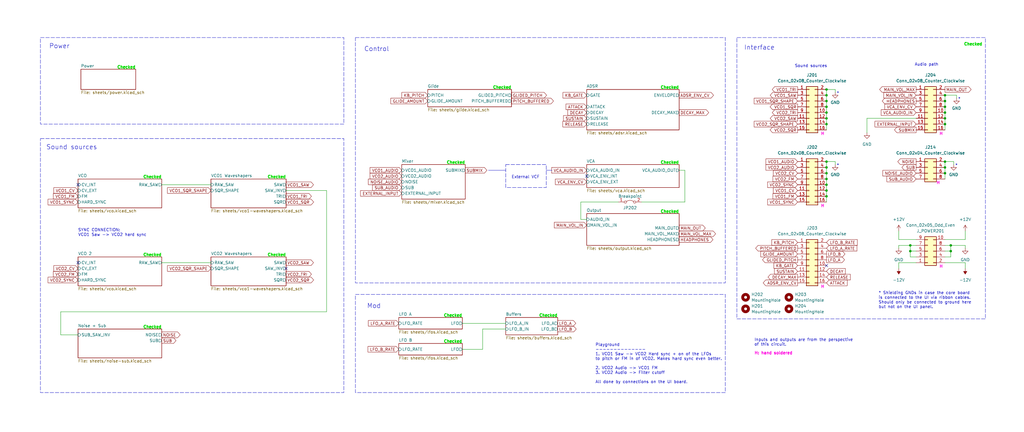
<source format=kicad_sch>
(kicad_sch (version 20231120) (generator "eeschema") (generator_version "8.0")
  (paper "User" 450.012 189.992)
  (title_block (title "Hog Analog Synth — Core") (date "2023-10-28") (rev "1.0") (company "Shmøergh"))
  (lib_symbols
    (symbol "Connector_Generic:Conn_02x04_Odd_Even" (pin_names (offset 1.016) hide)
      (property "Reference" "J" (at 1.27 5.08 0))
      (property "Value" "Conn_02x04_Odd_Even" (at 1.27 -7.62 0))
      (symbol "Conn_02x04_Odd_Even_1_1"
        (rectangle (start -1.27 -4.953) (end 0 -5.207) (stroke (width 0.1524)))
        (rectangle (start -1.27 -2.413) (end 0 -2.667) (stroke (width 0.1524)))
        (rectangle (start -1.27 0.127) (end 0 -0.127) (stroke (width 0.1524)))
        (rectangle (start -1.27 2.667) (end 0 2.413) (stroke (width 0.1524)))
        (rectangle (start -1.27 3.81) (end 3.81 -6.35) (stroke (width 0.254)) (fill (type background)))
        (rectangle (start 3.81 -4.953) (end 2.54 -5.207) (stroke (width 0.1524)))
        (rectangle (start 3.81 -2.413) (end 2.54 -2.667) (stroke (width 0.1524)))
        (rectangle (start 3.81 0.127) (end 2.54 -0.127) (stroke (width 0.1524)))
        (rectangle (start 3.81 2.667) (end 2.54 2.413) (stroke (width 0.1524)))
        (pin passive line (at -5.08 2.54 0) (length 3.81) (name "Pin_1") (number "1"))
        (pin passive line (at 7.62 2.54 180) (length 3.81) (name "Pin_2") (number "2"))
        (pin passive line (at -5.08 0 0) (length 3.81) (name "Pin_3") (number "3"))
        (pin passive line (at 7.62 0 180) (length 3.81) (name "Pin_4") (number "4"))
        (pin passive line (at -5.08 -2.54 0) (length 3.81) (name "Pin_5") (number "5"))
        (pin passive line (at 7.62 -2.54 180) (length 3.81) (name "Pin_6") (number "6"))
        (pin passive line (at -5.08 -5.08 0) (length 3.81) (name "Pin_7") (number "7"))
        (pin passive line (at 7.62 -5.08 180) (length 3.81) (name "Pin_8") (number "8"))
      )
    )
    (symbol "Connector_Generic:Conn_02x05_Odd_Even" (pin_names (offset 1.016) hide)
      (property "Reference" "J" (at 1.27 7.62 0))
      (property "Value" "Conn_02x05_Odd_Even" (at 1.27 -7.62 0))
      (symbol "Conn_02x05_Odd_Even_1_1"
        (rectangle (start -1.27 -4.953) (end 0 -5.207) (stroke (width 0.1524)))
        (rectangle (start -1.27 -2.413) (end 0 -2.667) (stroke (width 0.1524)))
        (rectangle (start -1.27 0.127) (end 0 -0.127) (stroke (width 0.1524)))
        (rectangle (start -1.27 2.667) (end 0 2.413) (stroke (width 0.1524)))
        (rectangle (start -1.27 5.207) (end 0 4.953) (stroke (width 0.1524)))
        (rectangle (start -1.27 6.35) (end 3.81 -6.35) (stroke (width 0.254)) (fill (type background)))
        (rectangle (start 3.81 -4.953) (end 2.54 -5.207) (stroke (width 0.1524)))
        (rectangle (start 3.81 -2.413) (end 2.54 -2.667) (stroke (width 0.1524)))
        (rectangle (start 3.81 0.127) (end 2.54 -0.127) (stroke (width 0.1524)))
        (rectangle (start 3.81 2.667) (end 2.54 2.413) (stroke (width 0.1524)))
        (rectangle (start 3.81 5.207) (end 2.54 4.953) (stroke (width 0.1524)))
        (pin passive line (at -5.08 5.08 0) (length 3.81) (name "Pin_1") (number "1"))
        (pin passive line (at 7.62 -5.08 180) (length 3.81) (name "Pin_10") (number "10"))
        (pin passive line (at 7.62 5.08 180) (length 3.81) (name "Pin_2") (number "2"))
        (pin passive line (at -5.08 2.54 0) (length 3.81) (name "Pin_3") (number "3"))
        (pin passive line (at 7.62 2.54 180) (length 3.81) (name "Pin_4") (number "4"))
        (pin passive line (at -5.08 0 0) (length 3.81) (name "Pin_5") (number "5"))
        (pin passive line (at 7.62 0 180) (length 3.81) (name "Pin_6") (number "6"))
        (pin passive line (at -5.08 -2.54 0) (length 3.81) (name "Pin_7") (number "7"))
        (pin passive line (at 7.62 -2.54 180) (length 3.81) (name "Pin_8") (number "8"))
        (pin passive line (at -5.08 -5.08 0) (length 3.81) (name "Pin_9") (number "9"))
      )
    )
    (symbol "Connector_Generic:Conn_02x08_Odd_Even" (pin_names (offset 1.016) hide)
      (property "Reference" "J" (at 1.27 10.16 0))
      (property "Value" "Conn_02x08_Odd_Even" (at 1.27 -12.7 0))
      (symbol "Conn_02x08_Odd_Even_1_1"
        (rectangle (start -1.27 -10.033) (end 0 -10.287) (stroke (width 0.1524)))
        (rectangle (start -1.27 -7.493) (end 0 -7.747) (stroke (width 0.1524)))
        (rectangle (start -1.27 -4.953) (end 0 -5.207) (stroke (width 0.1524)))
        (rectangle (start -1.27 -2.413) (end 0 -2.667) (stroke (width 0.1524)))
        (rectangle (start -1.27 0.127) (end 0 -0.127) (stroke (width 0.1524)))
        (rectangle (start -1.27 2.667) (end 0 2.413) (stroke (width 0.1524)))
        (rectangle (start -1.27 5.207) (end 0 4.953) (stroke (width 0.1524)))
        (rectangle (start -1.27 7.747) (end 0 7.493) (stroke (width 0.1524)))
        (rectangle (start -1.27 8.89) (end 3.81 -11.43) (stroke (width 0.254)) (fill (type background)))
        (rectangle (start 3.81 -10.033) (end 2.54 -10.287) (stroke (width 0.1524)))
        (rectangle (start 3.81 -7.493) (end 2.54 -7.747) (stroke (width 0.1524)))
        (rectangle (start 3.81 -4.953) (end 2.54 -5.207) (stroke (width 0.1524)))
        (rectangle (start 3.81 -2.413) (end 2.54 -2.667) (stroke (width 0.1524)))
        (rectangle (start 3.81 0.127) (end 2.54 -0.127) (stroke (width 0.1524)))
        (rectangle (start 3.81 2.667) (end 2.54 2.413) (stroke (width 0.1524)))
        (rectangle (start 3.81 5.207) (end 2.54 4.953) (stroke (width 0.1524)))
        (rectangle (start 3.81 7.747) (end 2.54 7.493) (stroke (width 0.1524)))
        (pin passive line (at -5.08 7.62 0) (length 3.81) (name "Pin_1") (number "1"))
        (pin passive line (at 7.62 -2.54 180) (length 3.81) (name "Pin_10") (number "10"))
        (pin passive line (at -5.08 -5.08 0) (length 3.81) (name "Pin_11") (number "11"))
        (pin passive line (at 7.62 -5.08 180) (length 3.81) (name "Pin_12") (number "12"))
        (pin passive line (at -5.08 -7.62 0) (length 3.81) (name "Pin_13") (number "13"))
        (pin passive line (at 7.62 -7.62 180) (length 3.81) (name "Pin_14") (number "14"))
        (pin passive line (at -5.08 -10.16 0) (length 3.81) (name "Pin_15") (number "15"))
        (pin passive line (at 7.62 -10.16 180) (length 3.81) (name "Pin_16") (number "16"))
        (pin passive line (at 7.62 7.62 180) (length 3.81) (name "Pin_2") (number "2"))
        (pin passive line (at -5.08 5.08 0) (length 3.81) (name "Pin_3") (number "3"))
        (pin passive line (at 7.62 5.08 180) (length 3.81) (name "Pin_4") (number "4"))
        (pin passive line (at -5.08 2.54 0) (length 3.81) (name "Pin_5") (number "5"))
        (pin passive line (at 7.62 2.54 180) (length 3.81) (name "Pin_6") (number "6"))
        (pin passive line (at -5.08 0 0) (length 3.81) (name "Pin_7") (number "7"))
        (pin passive line (at 7.62 0 180) (length 3.81) (name "Pin_8") (number "8"))
        (pin passive line (at -5.08 -2.54 0) (length 3.81) (name "Pin_9") (number "9"))
      )
    )
    (symbol "Jumper:Jumper_2_Bridged" (pin_names (offset 0) hide)
      (property "Reference" "JP" (at 0 1.905 0))
      (property "Value" "Jumper_2_Bridged" (at 0 -2.54 0))
      (symbol "Jumper_2_Bridged_0_0"
        (circle (center -2.032 0) (radius 0.508))
        (circle (center 2.032 0) (radius 0.508))
      )
      (symbol "Jumper_2_Bridged_0_1"
        (arc (start 1.524 0.254) (mid 0 0.762) (end -1.524 0.254))
      )
      (symbol "Jumper_2_Bridged_1_1"
        (pin passive line (at -5.08 0 0) (length 2.54) (name "A") (number "1"))
        (pin passive line (at 5.08 0 180) (length 2.54) (name "B") (number "2"))
      )
    )
    (symbol "Mechanical:MountingHole" (pin_names (offset 1.016))
      (property "Reference" "H" (at 0 5.08 0))
      (property "Value" "MountingHole" (at 0 3.175 0))
      (symbol "MountingHole_0_1"
        (circle (center 0 0) (radius 1.27) (stroke (width 1.27)))
      )
    )
    (symbol "power:+12V" (power) (pin_names (offset 0))
      (property "Value" "+12V" (at 0 3.556 0))
      (symbol "+12V_0_1"
        (polyline (pts (xy -0.762 1.27) (xy 0 2.54)))
        (polyline (pts (xy 0 0) (xy 0 2.54)))
        (polyline (pts (xy 0 2.54) (xy 0.762 1.27)))
      )
      (symbol "+12V_1_1"
        (pin power_in line (at 0 0 90) (length 0) hide (name "+12V") (number "1"))
      )
    )
    (symbol "power:-12V" (power) (pin_names (offset 0))
      (property "Value" "-12V" (at 0 3.81 0))
      (symbol "-12V_0_0"
        (pin power_in line (at 0 0 90) (length 0) hide (name "-12V") (number "1"))
      )
      (symbol "-12V_0_1"
        (polyline (pts (xy 0 0) (xy 0 1.27) (xy 0.762 1.27) (xy 0 2.54) (xy -0.762 1.27) (xy 0 1.27)) (fill (type outline)))
      )
    )
    (symbol "power:GND" (power) (pin_names (offset 0))
      (property "Value" "GND" (at 0 -3.81 0))
      (symbol "GND_0_1"
        (polyline (pts (xy 0 0) (xy 0 -1.27) (xy 1.27 -1.27) (xy 0 -2.54) (xy -1.27 -1.27) (xy 0 -1.27)))
      )
      (symbol "GND_1_1"
        (pin power_in line (at 0 0 270) (length 0) hide (name "GND") (number "1"))
      )
    )
  )
  (junction (at 415.29 41.91))
  (junction (at 415.29 54.61))
  (junction (at 363.22 81.28))
  (junction (at 415.29 76.2))
  (junction (at 363.22 39.37))
  (junction (at 417.83 110.49))
  (junction (at 363.22 41.91))
  (junction (at 363.22 78.74))
  (junction (at 415.29 73.66))
  (junction (at 363.22 49.53))
  (junction (at 400.05 107.95))
  (junction (at 415.29 49.53))
  (junction (at 415.29 46.99))
  (junction (at 363.22 83.82))
  (junction (at 415.29 71.12))
  (junction (at 400.05 110.49))
  (junction (at 363.22 44.45))
  (junction (at 415.29 52.07))
  (junction (at 363.22 52.07))
  (junction (at 415.29 44.45))
  (junction (at 417.83 107.95))
  (junction (at 363.22 76.2))
  (junction (at 363.22 71.12))
  (junction (at 363.22 73.66))
  (junction (at 363.22 54.61))
  (junction (at 363.22 86.36))
  (junction (at 363.22 46.99))
  (no_connect (at 34.29 81.28))
  (no_connect (at 257.81 77.47))
  (no_connect (at 34.29 115.57))
  (no_connect (at 125.73 118.11))
  (no_connect (at 363.22 116.84))
  (wire (pts (xy 281.94 88.9) (xy 300.99 88.9)))
  (wire (pts (xy 212.09 144.78) (xy 222.25 144.78)))
  (wire (pts (xy 415.29 76.2) (xy 415.29 78.74)))
  (wire (pts (xy 255.27 96.52) (xy 255.27 88.9)))
  (wire (pts (xy 363.22 81.28) (xy 363.22 83.82)))
  (wire (pts (xy 415.29 46.99) (xy 415.29 49.53)))
  (wire (pts (xy 143.51 137.16) (xy 26.67 137.16)))
  (wire (pts (xy 424.18 105.41) (xy 415.29 105.41)))
  (wire (pts (xy 417.83 113.03) (xy 417.83 110.49)))
  (wire (pts (xy 415.29 49.53) (xy 415.29 52.07)))
  (wire (pts (xy 212.09 144.78) (xy 212.09 153.67)))
  (wire (pts (xy 203.2 153.67) (xy 212.09 153.67)))
  (wire (pts (xy 381 52.07) (xy 402.59 52.07)))
  (wire (pts (xy 300.99 74.93) (xy 298.45 74.93)))
  (wire (pts (xy 363.22 49.53) (xy 363.22 52.07)))
  (wire (pts (xy 26.67 137.16) (xy 26.67 147.32)))
  (wire (pts (xy 400.05 113.03) (xy 400.05 110.49)))
  (wire (pts (xy 300.99 88.9) (xy 300.99 74.93)))
  (wire (pts (xy 363.22 52.07) (xy 363.22 54.61)))
  (wire (pts (xy 203.2 142.24) (xy 222.25 142.24)))
  (wire (pts (xy 402.59 113.03) (xy 400.05 113.03)))
  (wire (pts (xy 363.22 86.36) (xy 363.22 88.9)))
  (wire (pts (xy 415.29 73.66) (xy 415.29 76.2)))
  (wire (pts (xy 255.27 88.9) (xy 271.78 88.9)))
  (wire (pts (xy 363.22 46.99) (xy 363.22 49.53)))
  (wire (pts (xy 394.97 107.95) (xy 400.05 107.95)))
  (wire (pts (xy 400.05 107.95) (xy 402.59 107.95)))
  (wire (pts (xy 71.12 81.28) (xy 92.71 81.28)))
  (wire (pts (xy 71.12 115.57) (xy 92.71 115.57)))
  (wire (pts (xy 125.73 83.82) (xy 143.51 83.82)))
  (wire (pts (xy 415.29 110.49) (xy 417.83 110.49)))
  (wire (pts (xy 417.83 110.49) (xy 417.83 107.95)))
  (wire (pts (xy 363.22 73.66) (xy 363.22 76.2)))
  (wire (pts (xy 415.29 113.03) (xy 417.83 113.03)))
  (wire (pts (xy 400.05 110.49) (xy 400.05 107.95)))
  (wire (pts (xy 424.18 118.11) (xy 424.18 115.57)))
  (wire (pts (xy 424.18 101.6) (xy 424.18 105.41)))
  (wire (pts (xy 417.83 107.95) (xy 415.29 107.95)))
  (wire (pts (xy 424.18 115.57) (xy 415.29 115.57)))
  (wire (pts (xy 400.05 110.49) (xy 402.59 110.49)))
  (wire (pts (xy 363.22 71.12) (xy 363.22 73.66)))
  (wire (pts (xy 415.29 44.45) (xy 415.29 46.99)))
  (wire (pts (xy 367.03 39.37) (xy 367.03 40.64)))
  (wire (pts (xy 367.03 72.39) (xy 367.03 71.12)))
  (wire (pts (xy 257.81 96.52) (xy 255.27 96.52)))
  (wire (pts (xy 363.22 39.37) (xy 363.22 41.91)))
  (wire (pts (xy 394.97 115.57) (xy 402.59 115.57)))
  (wire (pts (xy 363.22 83.82) (xy 363.22 86.36)))
  (wire (pts (xy 394.97 109.22) (xy 394.97 107.95)))
  (wire (pts (xy 415.29 52.07) (xy 415.29 54.61)))
  (wire (pts (xy 419.1 72.39) (xy 419.1 71.12)))
  (wire (pts (xy 363.22 54.61) (xy 363.22 57.15)))
  (wire (pts (xy 363.22 76.2) (xy 363.22 78.74)))
  (wire (pts (xy 424.18 109.22) (xy 424.18 107.95)))
  (wire (pts (xy 143.51 83.82) (xy 143.51 137.16)))
  (wire (pts (xy 363.22 39.37) (xy 367.03 39.37)))
  (wire (pts (xy 363.22 41.91) (xy 363.22 44.45)))
  (wire (pts (xy 420.37 43.18) (xy 420.37 41.91)))
  (wire (pts (xy 394.97 105.41) (xy 402.59 105.41)))
  (polyline (pts (xy 214.63 74.93) (xy 222.25 74.93)))
  (wire (pts (xy 363.22 44.45) (xy 363.22 46.99)))
  (wire (pts (xy 367.03 71.12) (xy 363.22 71.12)))
  (wire (pts (xy 415.29 41.91) (xy 420.37 41.91)))
  (wire (pts (xy 417.83 107.95) (xy 424.18 107.95)))
  (wire (pts (xy 394.97 118.11) (xy 394.97 115.57)))
  (wire (pts (xy 415.29 54.61) (xy 415.29 57.15)))
  (wire (pts (xy 26.67 147.32) (xy 34.29 147.32)))
  (polyline (pts (xy 240.03 74.93) (xy 242.57 74.93)))
  (wire (pts (xy 415.29 41.91) (xy 415.29 44.45)))
  (wire (pts (xy 419.1 71.12) (xy 415.29 71.12)))
  (wire (pts (xy 381 58.42) (xy 381 52.07)))
  (wire (pts (xy 415.29 71.12) (xy 415.29 73.66)))
  (wire (pts (xy 394.97 101.6) (xy 394.97 105.41)))
  (wire (pts (xy 363.22 78.74) (xy 363.22 81.28)))
  (rectangle (start 17.78 16.51) (end 151.13 54.61) (stroke (width 0) (type dash)))
  (rectangle (start 17.78 60.96) (end 151.13 172.72) (stroke (width 0) (type dash)))
  (rectangle (start 323.85 16.51) (end 433.07 140.335) (stroke (width 0) (type dash)))
  (rectangle (start 222.25 72.39) (end 240.03 82.55) (stroke (width 0) (type dash)))
  (rectangle (start 156.21 16.51) (end 318.77 124.46) (stroke (width 0) (type dash)))
  (rectangle (start 156.21 129.54) (end 318.77 172.72) (stroke (width 0) (type dash)))
  (text "H" (at 412.75 118.11 0) (effects (font (size 1.27 1.27) (thickness 0.254) (bold yes)) (justify left bottom)))
  (text "* Shielding GNDs in case the core board\nis connected to the UI via ribbon cables. \nShould only be connected to ground here \nbut not on the UI panel." (at 386.08 135.89 0) (effects (font (size 1.27 1.27)) (justify left bottom)))
  (text "Checked" (at 59.69 30.48 0) (effects (font (size 1.27 1.27) (thickness 0.4) (bold yes)) (justify right bottom)))
  (text "H" (at 360.68 91.44 0) (effects (font (size 1.27 1.27) (thickness 0.254) (bold yes)) (justify left bottom)))
  (text "Checked" (at 125.73 78.74 0) (effects (font (size 1.27 1.27) (thickness 0.4) (bold yes)) (justify right bottom)))
  (text "Checked" (at 245.11 139.7 0) (effects (font (size 1.27 1.27) (thickness 0.4) (bold yes)) (justify right bottom)))
  (text "Audio path" (at 401.955 29.21 0) (effects (font (size 1.27 1.27)) (justify left bottom)))
  (text "Checked" (at 431.8 20.32 0) (effects (font (size 1.27 1.27) (thickness 0.4) (bold yes)) (justify right bottom)))
  (text "Checked" (at 224.79 39.37 0) (effects (font (size 1.27 1.27) (thickness 0.4) (bold yes)) (justify right bottom)))
  (text "H: hand soldered" (at 331.47 156.21 0) (effects (font (size 1.27 1.27) (thickness 0.254) (bold yes)) (justify left bottom)))
  (text "Inputs and outputs are from the perspective\nof this circuit." (at 331.47 152.4 0) (effects (font (size 1.27 1.27)) (justify left bottom)))
  (text "Control" (at 160.02 22.86 0) (effects (font (size 2 2)) (justify left bottom)))
  (text "Checked" (at 298.45 93.98 0) (effects (font (size 1.27 1.27) (thickness 0.4) (bold yes)) (justify right bottom)))
  (text "*" (at 421.005 44.45 0) (effects (font (size 1.27 1.27)) (justify left bottom)))
  (text "Checked" (at 71.12 113.03 0) (effects (font (size 1.27 1.27) (thickness 0.4) (bold yes)) (justify right bottom)))
  (text "Checked" (at 71.12 78.74 0) (effects (font (size 1.27 1.27) (thickness 0.4) (bold yes)) (justify right bottom)))
  (text "Interface" (at 327.025 22.225 0) (effects (font (size 2 2)) (justify left bottom)))
  (text "*" (at 419.735 73.66 0) (effects (font (size 1.27 1.27)) (justify left bottom)))
  (text "H" (at 360.68 127 0) (effects (font (size 1.27 1.27) (thickness 0.254) (bold yes)) (justify left bottom)))
  (text "External VCF" (at 224.79 78.74 0) (effects (font (size 1.27 1.27)) (justify left bottom)))
  (text "SYNC CONNECTION:\nVCO1 Saw -> VCO2 hard sync" (at 34.29 104.14 0) (effects (font (size 1.27 1.27)) (justify left bottom)))
  (text "Playground\n--------------\n1. VCO1 Saw -> VCO2 Hard sync + on of the LFOs\nto pitch or FM in of VCO2. Makes hard sync even better.\n\n2. VCO2 Audio -> VCO1 FM\n3. VCO2 Audio -> Filter cutoff\n\nAll done by connections on the UI board." (at 261.62 168.91 0) (effects (font (size 1.27 1.27)) (justify left bottom)))
  (text "*" (at 367.665 41.91 0) (effects (font (size 1.27 1.27)) (justify left bottom)))
  (text "Checked" (at 298.45 39.37 0) (effects (font (size 1.27 1.27) (thickness 0.4) (bold yes)) (justify right bottom)))
  (text "Sound sources" (at 349.25 29.845 0) (effects (font (size 1.27 1.27)) (justify left bottom)))
  (text "Mod" (at 161.29 135.89 0) (effects (font (size 2 2)) (justify left bottom)))
  (text "Power" (at 21.59 21.59 0) (effects (font (size 2 2)) (justify left bottom)))
  (text "Checked" (at 125.73 113.03 0) (effects (font (size 1.27 1.27) (thickness 0.4) (bold yes)) (justify right bottom)))
  (text "H" (at 360.68 59.69 0) (effects (font (size 1.27 1.27) (thickness 0.254) (bold yes)) (justify left bottom)))
  (text "H" (at 411.48 81.28 0) (effects (font (size 1.27 1.27) (thickness 0.254) (bold yes)) (justify left bottom)))
  (text "*" (at 367.665 73.66 0) (effects (font (size 1.27 1.27)) (justify left bottom)))
  (text "Checked" (at 71.12 144.78 0) (effects (font (size 1.27 1.27) (thickness 0.4) (bold yes)) (justify right bottom)))
  (text "Sound sources" (at 20.32 66.04 0) (effects (font (size 2 2)) (justify left bottom)))
  (text "Checked" (at 203.2 151.13 0) (effects (font (size 1.27 1.27) (thickness 0.4) (bold yes)) (justify right bottom)))
  (text "Checked" (at 204.47 72.39 0) (effects (font (size 1.27 1.27) (thickness 0.4) (bold yes)) (justify right bottom)))
  (text "Checked" (at 203.2 139.7 0) (effects (font (size 1.27 1.27) (thickness 0.4) (bold yes)) (justify right bottom)))
  (text "Checked" (at 298.45 72.39 0) (effects (font (size 1.27 1.27) (thickness 0.4) (bold yes)) (justify right bottom)))
  (text "H" (at 412.75 59.69 0) (effects (font (size 1.27 1.27) (thickness 0.254) (bold yes)) (justify left bottom)))
  (global_label "LFO_A_RATE" (shape input) (at 363.22 109.22 0) (property "Intersheetrefs" "${INTERSHEET_REFS}" (effects (hide yes))))
  (global_label "EXTERNAL_INPUT" (shape input) (at 402.59 54.61 180) (property "Intersheetrefs" "${INTERSHEET_REFS}" (effects (hide yes))))
  (global_label "VCO1_TRI" (shape output) (at 125.73 86.36 0) (property "Intersheetrefs" "${INTERSHEET_REFS}" (effects (hide yes))))
  (global_label "VCO1_SYNC" (shape input) (at 34.29 88.9 180) (property "Intersheetrefs" "${INTERSHEET_REFS}" (effects (hide yes))))
  (global_label "LFO_A" (shape output) (at 363.22 114.3 0) (property "Intersheetrefs" "${INTERSHEET_REFS}" (effects (hide yes))))
  (global_label "HEADPHONES" (shape output) (at 402.59 44.45 180) (property "Intersheetrefs" "${INTERSHEET_REFS}" (effects (hide yes))))
  (global_label "GLIDE_AMOUNT" (shape input) (at 350.52 111.76 180) (property "Intersheetrefs" "${INTERSHEET_REFS}" (effects (hide yes))))
  (global_label "KB_GATE" (shape input) (at 257.81 41.91 180) (property "Intersheetrefs" "${INTERSHEET_REFS}" (effects (hide yes))))
  (global_label "VCO1_SQR" (shape output) (at 350.52 46.99 180) (property "Intersheetrefs" "${INTERSHEET_REFS}" (effects (hide yes))))
  (global_label "LFO_A_RATE" (shape input) (at 175.26 142.24 180) (property "Intersheetrefs" "${INTERSHEET_REFS}" (effects (hide yes))))
  (global_label "DECAY_MAX" (shape output) (at 350.52 121.92 180) (property "Intersheetrefs" "${INTERSHEET_REFS}" (effects (hide yes))))
  (global_label "VCO2_SYNC" (shape input) (at 34.29 123.19 180) (property "Intersheetrefs" "${INTERSHEET_REFS}" (effects (hide yes))))
  (global_label "DECAY" (shape input) (at 257.81 49.53 180) (property "Intersheetrefs" "${INTERSHEET_REFS}" (effects (hide yes))))
  (global_label "MAIN_VOL_MAX" (shape output) (at 298.45 102.87 0) (property "Intersheetrefs" "${INTERSHEET_REFS}" (effects (hide yes))))
  (global_label "NOISE" (shape output) (at 71.12 147.32 0) (property "Intersheetrefs" "${INTERSHEET_REFS}" (effects (hide yes))))
  (global_label "VCA_AUDIO_IN" (shape input) (at 402.59 49.53 180) (property "Intersheetrefs" "${INTERSHEET_REFS}" (effects (hide yes))))
  (global_label "GLIDED_PITCH" (shape output) (at 224.79 41.91 0) (property "Intersheetrefs" "${INTERSHEET_REFS}" (effects (hide yes))))
  (global_label "VCA_AUDIO_IN" (shape input) (at 257.81 74.93 180) (property "Intersheetrefs" "${INTERSHEET_REFS}" (effects (hide yes))))
  (global_label "VCO1_AUDIO" (shape input) (at 350.52 71.12 180) (property "Intersheetrefs" "${INTERSHEET_REFS}" (effects (hide yes))))
  (global_label "LFO_B" (shape output) (at 363.22 111.76 0) (property "Intersheetrefs" "${INTERSHEET_REFS}" (effects (hide yes))))
  (global_label "VCO2_SQR_SHAPE" (shape input) (at 350.52 54.61 180) (property "Intersheetrefs" "${INTERSHEET_REFS}" (effects (hide yes))))
  (global_label "VCO2_SYNC" (shape input) (at 350.52 81.28 180) (property "Intersheetrefs" "${INTERSHEET_REFS}" (effects (hide yes))))
  (global_label "GLIDE_AMOUNT" (shape input) (at 187.96 44.45 180) (property "Intersheetrefs" "${INTERSHEET_REFS}" (effects (hide yes))))
  (global_label "VCA_ENV_CV" (shape input) (at 257.81 80.01 180) (property "Intersheetrefs" "${INTERSHEET_REFS}" (effects (hide yes))))
  (global_label "ATTACK" (shape input) (at 363.22 124.46 0) (property "Intersheetrefs" "${INTERSHEET_REFS}" (effects (hide yes))))
  (global_label "MAIN_OUT" (shape output) (at 415.29 39.37 0) (property "Intersheetrefs" "${INTERSHEET_REFS}" (effects (hide yes))))
  (global_label "SUB" (shape output) (at 71.12 149.86 0) (property "Intersheetrefs" "${INTERSHEET_REFS}" (effects (hide yes))))
  (global_label "RELEASE" (shape input) (at 257.81 54.61 180) (property "Intersheetrefs" "${INTERSHEET_REFS}" (effects (hide yes))))
  (global_label "VCO2_AUDIO" (shape input) (at 350.52 73.66 180) (property "Intersheetrefs" "${INTERSHEET_REFS}" (effects (hide yes))))
  (global_label "VCO1_SQR_SHAPE" (shape input) (at 350.52 44.45 180) (property "Intersheetrefs" "${INTERSHEET_REFS}" (effects (hide yes))))
  (global_label "VCO2_SAW" (shape output) (at 125.73 115.57 0) (property "Intersheetrefs" "${INTERSHEET_REFS}" (effects (hide yes))))
  (global_label "MAIN_OUT" (shape output) (at 298.45 100.33 0) (property "Intersheetrefs" "${INTERSHEET_REFS}" (effects (hide yes))))
  (global_label "VCO2_FM" (shape input) (at 34.29 120.65 180) (property "Intersheetrefs" "${INTERSHEET_REFS}" (effects (hide yes))))
  (global_label "GLIDED_PITCH" (shape output) (at 350.52 114.3 180) (property "Intersheetrefs" "${INTERSHEET_REFS}" (effects (hide yes))))
  (global_label "VCO1_SAW" (shape output) (at 350.52 41.91 180) (property "Intersheetrefs" "${INTERSHEET_REFS}" (effects (hide yes))))
  (global_label "DECAY" (shape input) (at 363.22 119.38 0) (property "Intersheetrefs" "${INTERSHEET_REFS}" (effects (hide yes))))
  (global_label "ADSR_ENV_CV" (shape output) (at 298.45 41.91 0) (property "Intersheetrefs" "${INTERSHEET_REFS}" (effects (hide yes))))
  (global_label "VCO2_CV" (shape input) (at 34.29 118.11 180) (property "Intersheetrefs" "${INTERSHEET_REFS}" (effects (hide yes))))
  (global_label "VCO2_SQR" (shape output) (at 350.52 57.15 180) (property "Intersheetrefs" "${INTERSHEET_REFS}" (effects (hide yes))))
  (global_label "ADSR_ENV_CV" (shape output) (at 350.52 124.46 180) (property "Intersheetrefs" "${INTERSHEET_REFS}" (effects (hide yes))))
  (global_label "VCO1_SQR_SHAPE" (shape input) (at 92.71 83.82 180) (property "Intersheetrefs" "${INTERSHEET_REFS}" (effects (hide yes))))
  (global_label "DECAY_MAX" (shape output) (at 298.45 49.53 0) (property "Intersheetrefs" "${INTERSHEET_REFS}" (effects (hide yes))))
  (global_label "KB_PITCH" (shape input) (at 350.52 106.68 180) (property "Intersheetrefs" "${INTERSHEET_REFS}" (effects (hide yes))))
  (global_label "EXTERNAL_INPUT" (shape input) (at 176.53 85.09 180) (property "Intersheetrefs" "${INTERSHEET_REFS}" (effects (hide yes))))
  (global_label "SUB_AUDIO" (shape input) (at 402.59 78.74 180) (property "Intersheetrefs" "${INTERSHEET_REFS}" (effects (hide yes))))
  (global_label "PITCH_BUFFERED" (shape output) (at 224.79 44.45 0) (property "Intersheetrefs" "${INTERSHEET_REFS}" (effects (hide yes))))
  (global_label "VCO2_SQR" (shape output) (at 125.73 123.19 0) (property "Intersheetrefs" "${INTERSHEET_REFS}" (effects (hide yes))))
  (global_label "VCO2_CV" (shape input) (at 350.52 76.2 180) (property "Intersheetrefs" "${INTERSHEET_REFS}" (effects (hide yes))))
  (global_label "VCO1_SAW" (shape output) (at 125.73 81.28 0) (property "Intersheetrefs" "${INTERSHEET_REFS}" (effects (hide yes))))
  (global_label "SUB_AUDIO" (shape input) (at 176.53 82.55 180) (property "Intersheetrefs" "${INTERSHEET_REFS}" (effects (hide yes))))
  (global_label "SUBMIX" (shape output) (at 204.47 74.93 0) (property "Intersheetrefs" "${INTERSHEET_REFS}" (effects (hide yes))))
  (global_label "LFO_B_RATE" (shape input) (at 175.26 153.67 180) (property "Intersheetrefs" "${INTERSHEET_REFS}" (effects (hide yes))))
  (global_label "VCO2_AUDIO" (shape input) (at 176.53 77.47 180) (property "Intersheetrefs" "${INTERSHEET_REFS}" (effects (hide yes))))
  (global_label "VCO1_AUDIO" (shape input) (at 176.53 74.93 180) (property "Intersheetrefs" "${INTERSHEET_REFS}" (effects (hide yes))))
  (global_label "MAIN_VOL_IN" (shape input) (at 257.81 99.06 180) (property "Intersheetrefs" "${INTERSHEET_REFS}" (effects (hide yes))))
  (global_label "PITCH_BUFFERED" (shape output) (at 350.52 109.22 180) (property "Intersheetrefs" "${INTERSHEET_REFS}" (effects (hide yes))))
  (global_label "VCO1_SYNC" (shape input) (at 350.52 88.9 180) (property "Intersheetrefs" "${INTERSHEET_REFS}" (effects (hide yes))))
  (global_label "ATTACK" (shape input) (at 257.81 46.99 180) (property "Intersheetrefs" "${INTERSHEET_REFS}" (effects (hide yes))))
  (global_label "VCO1_FM" (shape input) (at 350.52 86.36 180) (property "Intersheetrefs" "${INTERSHEET_REFS}" (effects (hide yes))))
  (global_label "SUBMIX" (shape output) (at 402.59 57.15 180) (property "Intersheetrefs" "${INTERSHEET_REFS}" (effects (hide yes))))
  (global_label "LFO_A" (shape output) (at 245.11 142.24 0) (property "Intersheetrefs" "${INTERSHEET_REFS}" (effects (hide yes))))
  (global_label "RELEASE" (shape input) (at 363.22 121.92 0) (property "Intersheetrefs" "${INTERSHEET_REFS}" (effects (hide yes))))
  (global_label "SUB" (shape output) (at 402.59 73.66 180) (property "Intersheetrefs" "${INTERSHEET_REFS}" (effects (hide yes))))
  (global_label "KB_PITCH" (shape input) (at 187.96 41.91 180) (property "Intersheetrefs" "${INTERSHEET_REFS}" (effects (hide yes))))
  (global_label "VCO1_CV" (shape input) (at 34.29 83.82 180) (property "Intersheetrefs" "${INTERSHEET_REFS}" (effects (hide yes))))
  (global_label "VCO1_SQR" (shape output) (at 125.73 88.9 0) (property "Intersheetrefs" "${INTERSHEET_REFS}" (effects (hide yes))))
  (global_label "VCO2_SQR_SHAPE" (shape input) (at 92.71 118.11 180) (property "Intersheetrefs" "${INTERSHEET_REFS}" (effects (hide yes))))
  (global_label "NOISE_AUDIO" (shape input) (at 402.59 76.2 180) (property "Intersheetrefs" "${INTERSHEET_REFS}" (effects (hide yes))))
  (global_label "NOISE" (shape output) (at 402.59 71.12 180) (property "Intersheetrefs" "${INTERSHEET_REFS}" (effects (hide yes))))
  (global_label "SUSTAIN" (shape input) (at 257.81 52.07 180) (property "Intersheetrefs" "${INTERSHEET_REFS}" (effects (hide yes))))
  (global_label "SUSTAIN" (shape input) (at 350.52 119.38 180) (property "Intersheetrefs" "${INTERSHEET_REFS}" (effects (hide yes))))
  (global_label "MAIN_VOL_IN" (shape input) (at 402.59 41.91 180) (property "Intersheetrefs" "${INTERSHEET_REFS}" (effects (hide yes))))
  (global_label "NOISE_AUDIO" (shape input) (at 176.53 80.01 180) (property "Intersheetrefs" "${INTERSHEET_REFS}" (effects (hide yes))))
  (global_label "HEADPHONES" (shape output) (at 298.45 105.41 0) (property "Intersheetrefs" "${INTERSHEET_REFS}" (effects (hide yes))))
  (global_label "VCO2_TRI" (shape output) (at 350.52 49.53 180) (property "Intersheetrefs" "${INTERSHEET_REFS}" (effects (hide yes))))
  (global_label "VCO2_SAW" (shape output) (at 350.52 52.07 180) (property "Intersheetrefs" "${INTERSHEET_REFS}" (effects (hide yes))))
  (global_label "LFO_B" (shape output) (at 245.11 144.78 0) (property "Intersheetrefs" "${INTERSHEET_REFS}" (effects (hide yes))))
  (global_label "VCO2_FM" (shape input) (at 350.52 78.74 180) (property "Intersheetrefs" "${INTERSHEET_REFS}" (effects (hide yes))))
  (global_label "LFO_B_RATE" (shape input) (at 363.22 106.68 0) (property "Intersheetrefs" "${INTERSHEET_REFS}" (effects (hide yes))))
  (global_label "VCO1_FM" (shape input) (at 34.29 86.36 180) (property "Intersheetrefs" "${INTERSHEET_REFS}" (effects (hide yes))))
  (global_label "MAIN_VOL_MAX" (shape output) (at 402.59 39.37 180) (property "Intersheetrefs" "${INTERSHEET_REFS}" (effects (hide yes))))
  (global_label "VCO1_CV" (shape input) (at 350.52 83.82 180) (property "Intersheetrefs" "${INTERSHEET_REFS}" (effects (hide yes))))
  (global_label "VCA_ENV_CV" (shape input) (at 402.59 46.99 180) (property "Intersheetrefs" "${INTERSHEET_REFS}" (effects (hide yes))))
  (global_label "KB_GATE" (shape input) (at 350.52 116.84 180) (property "Intersheetrefs" "${INTERSHEET_REFS}" (effects (hide yes))))
  (global_label "VCO2_TRI" (shape output) (at 125.73 120.65 0) (property "Intersheetrefs" "${INTERSHEET_REFS}" (effects (hide yes))))
  (global_label "VCO1_TRI" (shape output) (at 350.52 39.37 180) (property "Intersheetrefs" "${INTERSHEET_REFS}" (effects (hide yes))))
  (symbol (lib_id "Connector_Generic:Conn_02x08_Odd_Even") (at 355.6 46.99 0) (unit 1) (in_bom no)
    (property "Reference" "J201" (at 356.87 33.02 0))
    (property "Value" "Conn_02x08_Counter_Clockwise" (at 356.87 35.56 0))
    (property "Footprint" "Connector_IDC:IDC-Header_2x08_P2.54mm_Vertical" (effects (hide yes)))
  )
  (symbol (lib_id "power:GND") (at 420.37 43.18 0) (unit 1)
    (property "Reference" "#PWR0208" (effects (hide yes)))
    (property "Value" "GND" (at 420.37 47.625 0))
  )
  (symbol (lib_id "power:+12V") (at 394.97 101.6 0) (unit 1)
    (property "Reference" "#PWR0205" (effects (hide yes)))
    (property "Value" "+12V" (at 394.97 96.52 0))
  )
  (symbol (lib_id "power:+12V") (at 424.18 101.6 0) (unit 1)
    (property "Reference" "#PWR0209" (effects (hide yes)))
    (property "Value" "+12V" (at 424.18 96.52 0))
  )
  (symbol (lib_id "Connector_Generic:Conn_02x08_Odd_Even") (at 355.6 78.74 0) (unit 1) (in_bom no)
    (property "Reference" "J202" (at 356.87 64.77 0))
    (property "Value" "Conn_02x08_Counter_Clockwise" (at 356.87 67.31 0))
    (property "Footprint" "Connector_IDC:IDC-Header_2x08_P2.54mm_Vertical" (effects (hide yes)))
  )
  (symbol (lib_id "power:-12V") (at 424.18 118.11 180) (unit 1)
    (property "Reference" "#PWR0211" (effects (hide yes)))
    (property "Value" "-12V" (at 424.18 123.19 0))
  )
  (symbol (lib_id "Connector_Generic:Conn_02x05_Odd_Even") (at 407.67 110.49 0) (mirror x) (unit 1) (in_bom no)
    (property "Reference" "J_POWER201" (at 408.94 101.6 0))
    (property "Value" "Conn_02x05_Odd_Even" (at 408.94 99.06 0))
    (property "Footprint" "Connector_IDC:IDC-Header_2x05_P2.54mm_Vertical" (effects (hide yes)))
  )
  (symbol (lib_id "Mechanical:MountingHole") (at 327.66 130.81 0) (unit 1) (in_bom no)
    (property "Reference" "H202" (at 330.2 129.54 0) (effects (justify left)))
    (property "Value" "MountingHole" (at 330.2 132.08 0) (effects (justify left)))
    (property "Footprint" "MountingHole:MountingHole_3mm_Pad" (effects (hide yes)))
  )
  (symbol (lib_id "power:GND") (at 419.1 72.39 0) (unit 1)
    (property "Reference" "#PWR0202" (effects (hide yes)))
    (property "Value" "GND" (at 419.1 76.835 0))
  )
  (symbol (lib_id "power:GND") (at 381 58.42 0) (unit 1)
    (property "Reference" "#PWR0201" (effects (hide yes)))
    (property "Value" "GND" (at 381 63.5 0))
  )
  (symbol (lib_id "power:GND") (at 424.18 109.22 0) (unit 1)
    (property "Reference" "#PWR0210" (effects (hide yes)))
    (property "Value" "GND" (at 424.18 114.3 0))
  )
  (symbol (lib_id "Mechanical:MountingHole") (at 346.71 130.81 0) (unit 1) (in_bom no)
    (property "Reference" "H203" (at 349.25 129.54 0) (effects (justify left)))
    (property "Value" "MountingHole" (at 349.25 132.08 0) (effects (justify left)))
    (property "Footprint" "MountingHole:MountingHole_3mm_Pad" (effects (hide yes)))
  )
  (symbol (lib_id "power:GND") (at 394.97 109.22 0) (unit 1)
    (property "Reference" "#PWR0206" (effects (hide yes)))
    (property "Value" "GND" (at 394.97 114.3 0))
  )
  (symbol (lib_id "Connector_Generic:Conn_02x08_Odd_Even") (at 355.6 114.3 0) (unit 1) (in_bom no)
    (property "Reference" "J203" (at 356.87 100.33 0))
    (property "Value" "Conn_02x08_Counter_Clockwise" (at 356.87 102.87 0))
    (property "Footprint" "Connector_IDC:IDC-Header_2x08_P2.54mm_Vertical" (effects (hide yes)))
  )
  (symbol (lib_id "power:-12V") (at 394.97 118.11 180) (unit 1)
    (property "Reference" "#PWR0207" (effects (hide yes)))
    (property "Value" "-12V" (at 394.97 123.19 0))
  )
  (symbol (lib_id "power:GND") (at 367.03 40.64 0) (unit 1)
    (property "Reference" "#PWR0203" (effects (hide yes)))
    (property "Value" "GND" (at 367.03 45.085 0))
  )
  (symbol (lib_id "power:GND") (at 367.03 72.39 0) (unit 1)
    (property "Reference" "#PWR0204" (effects (hide yes)))
    (property "Value" "GND" (at 367.03 76.835 0))
  )
  (symbol (lib_id "Connector_Generic:Conn_02x08_Odd_Even") (at 407.67 46.99 0) (unit 1) (in_bom no)
    (property "Reference" "J204" (at 408.94 33.02 0))
    (property "Value" "Conn_02x08_Counter_Clockwise" (at 408.94 35.56 0))
    (property "Footprint" "Connector_IDC:IDC-Header_2x08_P2.54mm_Vertical" (effects (hide yes)))
  )
  (symbol (lib_id "Mechanical:MountingHole") (at 346.71 135.89 0) (unit 1) (in_bom no)
    (property "Reference" "H204" (at 349.25 134.62 0) (effects (justify left)))
    (property "Value" "MountingHole" (at 349.25 137.16 0) (effects (justify left)))
    (property "Footprint" "MountingHole:MountingHole_3mm_Pad" (effects (hide yes)))
  )
  (symbol (lib_id "Jumper:Jumper_2_Bridged") (at 276.86 88.9 0) (unit 1) (in_bom no)
    (property "Reference" "JP202" (at 276.86 91.44 0))
    (property "Value" "Breakpoint" (at 276.86 86.36 0))
    (property "Footprint" "Jumper:SolderJumper-2_P1.3mm_Bridged_Pad1.0x1.5mm" (effects (hide yes)))
  )
  (symbol (lib_id "Mechanical:MountingHole") (at 327.66 135.89 0) (unit 1) (in_bom no)
    (property "Reference" "H201" (at 330.2 134.62 0) (effects (justify left)))
    (property "Value" "MountingHole" (at 330.2 137.16 0) (effects (justify left)))
    (property "Footprint" "MountingHole:MountingHole_3mm_Pad" (effects (hide yes)))
  )
  (symbol (lib_id "Connector_Generic:Conn_02x04_Odd_Even") (at 407.67 73.66 0) (unit 1) (in_bom no)
    (property "Reference" "J214" (at 408.94 64.77 0))
    (property "Value" "Conn_02x04_Counter_Clockwise" (at 408.94 67.31 0))
    (property "Footprint" "Connector_PinHeader_2.54mm:PinHeader_2x04_P2.54mm_Vertical" (effects (hide yes)))
  )
  (sheet (at 34.29 113.03) (size 36.83 12.7) (stroke (width 0.1524))
    (property "Sheetname" "VCO 2" (at 34.29 112.3184 0) (effects (justify left bottom)))
    (property "Sheetfile" "sheets/vco.kicad_sch" (at 34.29 126.3146 0) (effects (justify left top)))
    (pin "RAW_SAW" output (at 71.12 115.57 0))
    (pin "HARD_SYNC" input (at 34.29 123.19 180))
    (pin "FM" input (at 34.29 120.65 180))
    (pin "CV_INT" input (at 34.29 115.57 180))
    (pin "CV_EXT" input (at 34.29 118.11 180))
  )
  (sheet (at 92.71 113.03) (size 33.02 12.7) (stroke (width 0.1524))
    (property "Sheetname" "VCO2 Waveshapers" (at 92.71 112.3184 0) (effects (justify left bottom)))
    (property "Sheetfile" "sheets/vco1-waveshapers.kicad_sch" (at 92.71 126.3146 0) (effects (justify left top)))
    (pin "TRI" output (at 125.73 120.65 0))
    (pin "SAW_INV" output (at 125.73 118.11 0))
    (pin "SAW" output (at 125.73 115.57 0))
    (pin "RAW_SAW" input (at 92.71 115.57 180))
    (pin "SQR" output (at 125.73 123.19 0))
    (pin "SQR_SHAPE" input (at 92.71 118.11 180))
  )
  (sheet (at 92.71 78.74) (size 33.02 12.7) (stroke (width 0.1524))
    (property "Sheetname" "VCO1 Waveshapers" (at 92.71 78.0284 0) (effects (justify left bottom)))
    (property "Sheetfile" "sheets/vco1-waveshapers.kicad_sch" (at 92.71 92.0246 0) (effects (justify left top)))
    (pin "TRI" output (at 125.73 86.36 0))
    (pin "SAW_INV" output (at 125.73 83.82 0))
    (pin "SAW" output (at 125.73 81.28 0))
    (pin "RAW_SAW" input (at 92.71 81.28 180))
    (pin "SQR" output (at 125.73 88.9 0))
    (pin "SQR_SHAPE" input (at 92.71 83.82 180))
  )
  (sheet (at 34.29 78.74) (size 36.83 12.7) (stroke (width 0.1524))
    (property "Sheetname" "VCO" (at 34.29 78.0284 0) (effects (justify left bottom)))
    (property "Sheetfile" "sheets/vco.kicad_sch" (at 34.29 92.0246 0) (effects (justify left top)))
    (pin "RAW_SAW" output (at 71.12 81.28 0))
    (pin "HARD_SYNC" input (at 34.29 88.9 180))
    (pin "FM" input (at 34.29 86.36 180))
    (pin "CV_INT" input (at 34.29 81.28 180))
    (pin "CV_EXT" input (at 34.29 83.82 180))
  )
  (sheet (at 257.81 39.37) (size 40.64 17.78) (stroke (width 0.1524))
    (property "Sheetname" "ADSR" (at 257.81 38.6584 0) (effects (justify left bottom)))
    (property "Sheetfile" "sheets/adsr.kicad_sch" (at 257.81 57.7346 0) (effects (justify left top)))
    (pin "ENVELOPE" output (at 298.45 41.91 0))
    (pin "SUSTAIN" input (at 257.81 52.07 180))
    (pin "RELEASE" input (at 257.81 54.61 180))
    (pin "GATE" input (at 257.81 41.91 180))
    (pin "DECAY_MAX" output (at 298.45 49.53 0))
    (pin "DECAY" input (at 257.81 49.53 180))
    (pin "ATTACK" input (at 257.81 46.99 180))
  )
  (sheet (at 187.96 39.37) (size 36.83 7.62) (stroke (width 0.1524))
    (property "Sheetname" "Glide" (at 187.96 38.6584 0) (effects (justify left bottom)))
    (property "Sheetfile" "sheets/glide.kicad_sch" (at 187.96 47.5746 0) (effects (justify left top)))
    (pin "PITCH_BUFFERED" output (at 224.79 44.45 0))
    (pin "PITCH" input (at 187.96 41.91 180))
    (pin "GLIDED_PITCH" output (at 224.79 41.91 0))
    (pin "GLIDE_AMOUNT" input (at 187.96 44.45 180))
  )
  (sheet (at 175.26 139.7) (size 27.94 5.08) (stroke (width 0.1524))
    (property "Sheetname" "LFO A" (at 175.26 138.9884 0) (effects (justify left bottom)))
    (property "Sheetfile" "sheets/lfos.kicad_sch" (at 175.26 145.3646 0) (effects (justify left top)))
    (pin "LFO_RATE" input (at 175.26 142.24 180))
    (pin "LFO" output (at 203.2 142.24 0))
  )
  (sheet (at 222.25 139.7) (size 22.86 7.62) (stroke (width 0.1524))
    (property "Sheetname" "Buffers" (at 222.25 138.9884 0) (effects (justify left bottom)))
    (property "Sheetfile" "sheets/buffers.kicad_sch" (at 222.25 147.9046 0) (effects (justify left top)))
    (pin "LFO_B" output (at 245.11 144.78 0))
    (pin "LFO_A" output (at 245.11 142.24 0))
    (pin "LFO_A_IN" input (at 222.25 142.24 180))
    (pin "LFO_B_IN" input (at 222.25 144.78 180))
  )
  (sheet (at 257.81 93.98) (size 40.64 13.97) (stroke (width 0.1524))
    (property "Sheetname" "Output" (at 257.81 93.2684 0) (effects (justify left bottom)))
    (property "Sheetfile" "sheets/output.kicad_sch" (at 257.81 108.5346 0) (effects (justify left top)))
    (pin "HEADPHONES" output (at 298.45 105.41 0))
    (pin "MAIN_VOL_MAX" output (at 298.45 102.87 0))
    (pin "AUDIO_IN" input (at 257.81 96.52 180))
    (pin "MAIN_OUT" output (at 298.45 100.33 0))
    (pin "MAIN_VOL_IN" output (at 257.81 99.06 180))
  )
  (sheet (at 176.53 72.39) (size 27.94 15.24) (stroke (width 0.1524))
    (property "Sheetname" "Mixer" (at 176.53 71.6784 0) (effects (justify left bottom)))
    (property "Sheetfile" "sheets/mixer.kicad_sch" (at 176.53 88.2146 0) (effects (justify left top)))
    (pin "SUBMIX" output (at 204.47 74.93 0))
    (pin "NOISE" input (at 176.53 80.01 180))
    (pin "VCO1_AUDIO" input (at 176.53 74.93 180))
    (pin "VCO2_AUDIO" input (at 176.53 77.47 180))
    (pin "SUB" input (at 176.53 82.55 180))
    (pin "EXTERNAL_INPUT" input (at 176.53 85.09 180))
  )
  (sheet (at 34.29 144.78) (size 36.83 12.7) (stroke (width 0.1524))
    (property "Sheetname" "Noise + Sub" (at 34.29 144.0684 0) (effects (justify left bottom)))
    (property "Sheetfile" "sheets/noise-sub.kicad_sch" (at 34.29 158.0646 0) (effects (justify left top)))
    (pin "NOISE" output (at 71.12 147.32 0))
    (pin "SUB_SAW_INV" input (at 34.29 147.32 180))
    (pin "SUB" output (at 71.12 149.86 0))
  )
  (sheet (at 175.26 151.13) (size 27.94 5.08) (stroke (width 0.1524))
    (property "Sheetname" "LFO B" (at 175.26 150.4184 0) (effects (justify left bottom)))
    (property "Sheetfile" "sheets/lfos.kicad_sch" (at 175.26 156.7946 0) (effects (justify left top)))
    (pin "LFO_RATE" input (at 175.26 153.67 180))
    (pin "LFO" output (at 203.2 153.67 0))
  )
  (sheet (at 35.56 30.48) (size 24.13 8.89) (stroke (width 0.1524))
    (property "Sheetname" "Power" (at 35.56 29.7684 0) (effects (justify left bottom)))
    (property "Sheetfile" "sheets/power.kicad_sch" (at 35.56 39.9546 0) (effects (justify left top)))
  )
  (sheet (at 257.81 72.39) (size 40.64 10.16) (stroke (width 0.1524))
    (property "Sheetname" "VCA" (at 257.81 71.6784 0) (effects (justify left bottom)))
    (property "Sheetfile" "sheets/vca.kicad_sch" (at 257.81 83.1346 0) (effects (justify left top)))
    (pin "VCA_AUDIO_OUT" output (at 298.45 74.93 0))
    (pin "VCA_ENV_INT" input (at 257.81 77.47 180))
    (pin "VCA_ENV_EXT" input (at 257.81 80.01 180))
    (pin "VCA_AUDIO_IN" input (at 257.81 74.93 180))
  )
)
</source>
